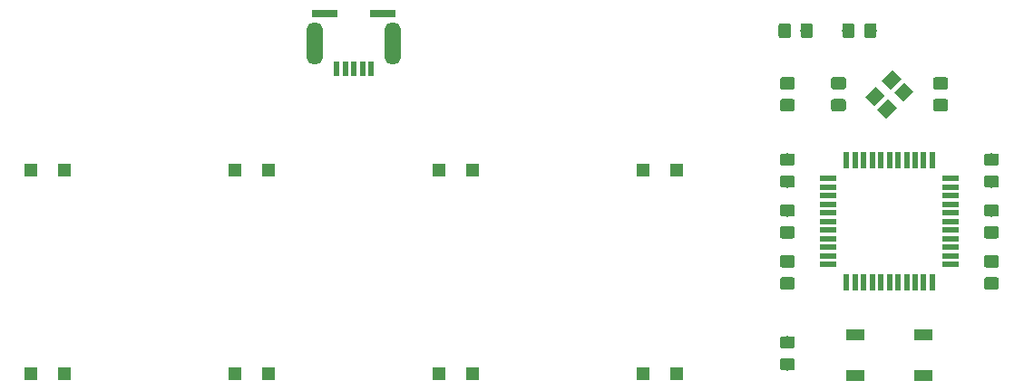
<source format=gbp>
G04 #@! TF.GenerationSoftware,KiCad,Pcbnew,(5.1.0-0)*
G04 #@! TF.CreationDate,2019-03-21T11:14:00-04:00*
G04 #@! TF.ProjectId,keeb2x4,6b656562-3278-4342-9e6b-696361645f70,rev?*
G04 #@! TF.SameCoordinates,Original*
G04 #@! TF.FileFunction,Paste,Bot*
G04 #@! TF.FilePolarity,Positive*
%FSLAX46Y46*%
G04 Gerber Fmt 4.6, Leading zero omitted, Abs format (unit mm)*
G04 Created by KiCad (PCBNEW (5.1.0-0)) date 2019-03-21 11:14:00*
%MOMM*%
%LPD*%
G04 APERTURE LIST*
%ADD10C,0.100000*%
%ADD11C,1.150000*%
%ADD12R,1.200000X1.200000*%
%ADD13R,2.350000X0.800000*%
%ADD14R,0.500000X1.400000*%
%ADD15O,1.500000X4.000000*%
%ADD16R,1.700000X1.000000*%
%ADD17R,1.500000X0.550000*%
%ADD18R,0.550000X1.500000*%
%ADD19C,1.200000*%
G04 APERTURE END LIST*
D10*
G36*
X110012005Y-55551204D02*
G01*
X110036273Y-55554804D01*
X110060072Y-55560765D01*
X110083171Y-55569030D01*
X110105350Y-55579520D01*
X110126393Y-55592132D01*
X110146099Y-55606747D01*
X110164277Y-55623223D01*
X110180753Y-55641401D01*
X110195368Y-55661107D01*
X110207980Y-55682150D01*
X110218470Y-55704329D01*
X110226735Y-55727428D01*
X110232696Y-55751227D01*
X110236296Y-55775495D01*
X110237500Y-55799999D01*
X110237500Y-56450001D01*
X110236296Y-56474505D01*
X110232696Y-56498773D01*
X110226735Y-56522572D01*
X110218470Y-56545671D01*
X110207980Y-56567850D01*
X110195368Y-56588893D01*
X110180753Y-56608599D01*
X110164277Y-56626777D01*
X110146099Y-56643253D01*
X110126393Y-56657868D01*
X110105350Y-56670480D01*
X110083171Y-56680970D01*
X110060072Y-56689235D01*
X110036273Y-56695196D01*
X110012005Y-56698796D01*
X109987501Y-56700000D01*
X109087499Y-56700000D01*
X109062995Y-56698796D01*
X109038727Y-56695196D01*
X109014928Y-56689235D01*
X108991829Y-56680970D01*
X108969650Y-56670480D01*
X108948607Y-56657868D01*
X108928901Y-56643253D01*
X108910723Y-56626777D01*
X108894247Y-56608599D01*
X108879632Y-56588893D01*
X108867020Y-56567850D01*
X108856530Y-56545671D01*
X108848265Y-56522572D01*
X108842304Y-56498773D01*
X108838704Y-56474505D01*
X108837500Y-56450001D01*
X108837500Y-55799999D01*
X108838704Y-55775495D01*
X108842304Y-55751227D01*
X108848265Y-55727428D01*
X108856530Y-55704329D01*
X108867020Y-55682150D01*
X108879632Y-55661107D01*
X108894247Y-55641401D01*
X108910723Y-55623223D01*
X108928901Y-55606747D01*
X108948607Y-55592132D01*
X108969650Y-55579520D01*
X108991829Y-55569030D01*
X109014928Y-55560765D01*
X109038727Y-55554804D01*
X109062995Y-55551204D01*
X109087499Y-55550000D01*
X109987501Y-55550000D01*
X110012005Y-55551204D01*
X110012005Y-55551204D01*
G37*
D11*
X109537500Y-56125000D03*
D10*
G36*
X110012005Y-57601204D02*
G01*
X110036273Y-57604804D01*
X110060072Y-57610765D01*
X110083171Y-57619030D01*
X110105350Y-57629520D01*
X110126393Y-57642132D01*
X110146099Y-57656747D01*
X110164277Y-57673223D01*
X110180753Y-57691401D01*
X110195368Y-57711107D01*
X110207980Y-57732150D01*
X110218470Y-57754329D01*
X110226735Y-57777428D01*
X110232696Y-57801227D01*
X110236296Y-57825495D01*
X110237500Y-57849999D01*
X110237500Y-58500001D01*
X110236296Y-58524505D01*
X110232696Y-58548773D01*
X110226735Y-58572572D01*
X110218470Y-58595671D01*
X110207980Y-58617850D01*
X110195368Y-58638893D01*
X110180753Y-58658599D01*
X110164277Y-58676777D01*
X110146099Y-58693253D01*
X110126393Y-58707868D01*
X110105350Y-58720480D01*
X110083171Y-58730970D01*
X110060072Y-58739235D01*
X110036273Y-58745196D01*
X110012005Y-58748796D01*
X109987501Y-58750000D01*
X109087499Y-58750000D01*
X109062995Y-58748796D01*
X109038727Y-58745196D01*
X109014928Y-58739235D01*
X108991829Y-58730970D01*
X108969650Y-58720480D01*
X108948607Y-58707868D01*
X108928901Y-58693253D01*
X108910723Y-58676777D01*
X108894247Y-58658599D01*
X108879632Y-58638893D01*
X108867020Y-58617850D01*
X108856530Y-58595671D01*
X108848265Y-58572572D01*
X108842304Y-58548773D01*
X108838704Y-58524505D01*
X108837500Y-58500001D01*
X108837500Y-57849999D01*
X108838704Y-57825495D01*
X108842304Y-57801227D01*
X108848265Y-57777428D01*
X108856530Y-57754329D01*
X108867020Y-57732150D01*
X108879632Y-57711107D01*
X108894247Y-57691401D01*
X108910723Y-57673223D01*
X108928901Y-57656747D01*
X108948607Y-57642132D01*
X108969650Y-57629520D01*
X108991829Y-57619030D01*
X109014928Y-57610765D01*
X109038727Y-57604804D01*
X109062995Y-57601204D01*
X109087499Y-57600000D01*
X109987501Y-57600000D01*
X110012005Y-57601204D01*
X110012005Y-57601204D01*
G37*
D11*
X109537500Y-58175000D03*
D10*
G36*
X119537005Y-57601204D02*
G01*
X119561273Y-57604804D01*
X119585072Y-57610765D01*
X119608171Y-57619030D01*
X119630350Y-57629520D01*
X119651393Y-57642132D01*
X119671099Y-57656747D01*
X119689277Y-57673223D01*
X119705753Y-57691401D01*
X119720368Y-57711107D01*
X119732980Y-57732150D01*
X119743470Y-57754329D01*
X119751735Y-57777428D01*
X119757696Y-57801227D01*
X119761296Y-57825495D01*
X119762500Y-57849999D01*
X119762500Y-58500001D01*
X119761296Y-58524505D01*
X119757696Y-58548773D01*
X119751735Y-58572572D01*
X119743470Y-58595671D01*
X119732980Y-58617850D01*
X119720368Y-58638893D01*
X119705753Y-58658599D01*
X119689277Y-58676777D01*
X119671099Y-58693253D01*
X119651393Y-58707868D01*
X119630350Y-58720480D01*
X119608171Y-58730970D01*
X119585072Y-58739235D01*
X119561273Y-58745196D01*
X119537005Y-58748796D01*
X119512501Y-58750000D01*
X118612499Y-58750000D01*
X118587995Y-58748796D01*
X118563727Y-58745196D01*
X118539928Y-58739235D01*
X118516829Y-58730970D01*
X118494650Y-58720480D01*
X118473607Y-58707868D01*
X118453901Y-58693253D01*
X118435723Y-58676777D01*
X118419247Y-58658599D01*
X118404632Y-58638893D01*
X118392020Y-58617850D01*
X118381530Y-58595671D01*
X118373265Y-58572572D01*
X118367304Y-58548773D01*
X118363704Y-58524505D01*
X118362500Y-58500001D01*
X118362500Y-57849999D01*
X118363704Y-57825495D01*
X118367304Y-57801227D01*
X118373265Y-57777428D01*
X118381530Y-57754329D01*
X118392020Y-57732150D01*
X118404632Y-57711107D01*
X118419247Y-57691401D01*
X118435723Y-57673223D01*
X118453901Y-57656747D01*
X118473607Y-57642132D01*
X118494650Y-57629520D01*
X118516829Y-57619030D01*
X118539928Y-57610765D01*
X118563727Y-57604804D01*
X118587995Y-57601204D01*
X118612499Y-57600000D01*
X119512501Y-57600000D01*
X119537005Y-57601204D01*
X119537005Y-57601204D01*
G37*
D11*
X119062500Y-58175000D03*
D10*
G36*
X119537005Y-55551204D02*
G01*
X119561273Y-55554804D01*
X119585072Y-55560765D01*
X119608171Y-55569030D01*
X119630350Y-55579520D01*
X119651393Y-55592132D01*
X119671099Y-55606747D01*
X119689277Y-55623223D01*
X119705753Y-55641401D01*
X119720368Y-55661107D01*
X119732980Y-55682150D01*
X119743470Y-55704329D01*
X119751735Y-55727428D01*
X119757696Y-55751227D01*
X119761296Y-55775495D01*
X119762500Y-55799999D01*
X119762500Y-56450001D01*
X119761296Y-56474505D01*
X119757696Y-56498773D01*
X119751735Y-56522572D01*
X119743470Y-56545671D01*
X119732980Y-56567850D01*
X119720368Y-56588893D01*
X119705753Y-56608599D01*
X119689277Y-56626777D01*
X119671099Y-56643253D01*
X119651393Y-56657868D01*
X119630350Y-56670480D01*
X119608171Y-56680970D01*
X119585072Y-56689235D01*
X119561273Y-56695196D01*
X119537005Y-56698796D01*
X119512501Y-56700000D01*
X118612499Y-56700000D01*
X118587995Y-56698796D01*
X118563727Y-56695196D01*
X118539928Y-56689235D01*
X118516829Y-56680970D01*
X118494650Y-56670480D01*
X118473607Y-56657868D01*
X118453901Y-56643253D01*
X118435723Y-56626777D01*
X118419247Y-56608599D01*
X118404632Y-56588893D01*
X118392020Y-56567850D01*
X118381530Y-56545671D01*
X118373265Y-56522572D01*
X118367304Y-56498773D01*
X118363704Y-56474505D01*
X118362500Y-56450001D01*
X118362500Y-55799999D01*
X118363704Y-55775495D01*
X118367304Y-55751227D01*
X118373265Y-55727428D01*
X118381530Y-55704329D01*
X118392020Y-55682150D01*
X118404632Y-55661107D01*
X118419247Y-55641401D01*
X118435723Y-55623223D01*
X118453901Y-55606747D01*
X118473607Y-55592132D01*
X118494650Y-55579520D01*
X118516829Y-55569030D01*
X118539928Y-55560765D01*
X118563727Y-55554804D01*
X118587995Y-55551204D01*
X118612499Y-55550000D01*
X119512501Y-55550000D01*
X119537005Y-55551204D01*
X119537005Y-55551204D01*
G37*
D11*
X119062500Y-56125000D03*
D10*
G36*
X124299505Y-74269954D02*
G01*
X124323773Y-74273554D01*
X124347572Y-74279515D01*
X124370671Y-74287780D01*
X124392850Y-74298270D01*
X124413893Y-74310882D01*
X124433599Y-74325497D01*
X124451777Y-74341973D01*
X124468253Y-74360151D01*
X124482868Y-74379857D01*
X124495480Y-74400900D01*
X124505970Y-74423079D01*
X124514235Y-74446178D01*
X124520196Y-74469977D01*
X124523796Y-74494245D01*
X124525000Y-74518749D01*
X124525000Y-75168751D01*
X124523796Y-75193255D01*
X124520196Y-75217523D01*
X124514235Y-75241322D01*
X124505970Y-75264421D01*
X124495480Y-75286600D01*
X124482868Y-75307643D01*
X124468253Y-75327349D01*
X124451777Y-75345527D01*
X124433599Y-75362003D01*
X124413893Y-75376618D01*
X124392850Y-75389230D01*
X124370671Y-75399720D01*
X124347572Y-75407985D01*
X124323773Y-75413946D01*
X124299505Y-75417546D01*
X124275001Y-75418750D01*
X123374999Y-75418750D01*
X123350495Y-75417546D01*
X123326227Y-75413946D01*
X123302428Y-75407985D01*
X123279329Y-75399720D01*
X123257150Y-75389230D01*
X123236107Y-75376618D01*
X123216401Y-75362003D01*
X123198223Y-75345527D01*
X123181747Y-75327349D01*
X123167132Y-75307643D01*
X123154520Y-75286600D01*
X123144030Y-75264421D01*
X123135765Y-75241322D01*
X123129804Y-75217523D01*
X123126204Y-75193255D01*
X123125000Y-75168751D01*
X123125000Y-74518749D01*
X123126204Y-74494245D01*
X123129804Y-74469977D01*
X123135765Y-74446178D01*
X123144030Y-74423079D01*
X123154520Y-74400900D01*
X123167132Y-74379857D01*
X123181747Y-74360151D01*
X123198223Y-74341973D01*
X123216401Y-74325497D01*
X123236107Y-74310882D01*
X123257150Y-74298270D01*
X123279329Y-74287780D01*
X123302428Y-74279515D01*
X123326227Y-74273554D01*
X123350495Y-74269954D01*
X123374999Y-74268750D01*
X124275001Y-74268750D01*
X124299505Y-74269954D01*
X124299505Y-74269954D01*
G37*
D11*
X123825000Y-74843750D03*
D10*
G36*
X124299505Y-72219954D02*
G01*
X124323773Y-72223554D01*
X124347572Y-72229515D01*
X124370671Y-72237780D01*
X124392850Y-72248270D01*
X124413893Y-72260882D01*
X124433599Y-72275497D01*
X124451777Y-72291973D01*
X124468253Y-72310151D01*
X124482868Y-72329857D01*
X124495480Y-72350900D01*
X124505970Y-72373079D01*
X124514235Y-72396178D01*
X124520196Y-72419977D01*
X124523796Y-72444245D01*
X124525000Y-72468749D01*
X124525000Y-73118751D01*
X124523796Y-73143255D01*
X124520196Y-73167523D01*
X124514235Y-73191322D01*
X124505970Y-73214421D01*
X124495480Y-73236600D01*
X124482868Y-73257643D01*
X124468253Y-73277349D01*
X124451777Y-73295527D01*
X124433599Y-73312003D01*
X124413893Y-73326618D01*
X124392850Y-73339230D01*
X124370671Y-73349720D01*
X124347572Y-73357985D01*
X124323773Y-73363946D01*
X124299505Y-73367546D01*
X124275001Y-73368750D01*
X123374999Y-73368750D01*
X123350495Y-73367546D01*
X123326227Y-73363946D01*
X123302428Y-73357985D01*
X123279329Y-73349720D01*
X123257150Y-73339230D01*
X123236107Y-73326618D01*
X123216401Y-73312003D01*
X123198223Y-73295527D01*
X123181747Y-73277349D01*
X123167132Y-73257643D01*
X123154520Y-73236600D01*
X123144030Y-73214421D01*
X123135765Y-73191322D01*
X123129804Y-73167523D01*
X123126204Y-73143255D01*
X123125000Y-73118751D01*
X123125000Y-72468749D01*
X123126204Y-72444245D01*
X123129804Y-72419977D01*
X123135765Y-72396178D01*
X123144030Y-72373079D01*
X123154520Y-72350900D01*
X123167132Y-72329857D01*
X123181747Y-72310151D01*
X123198223Y-72291973D01*
X123216401Y-72275497D01*
X123236107Y-72260882D01*
X123257150Y-72248270D01*
X123279329Y-72237780D01*
X123302428Y-72229515D01*
X123326227Y-72223554D01*
X123350495Y-72219954D01*
X123374999Y-72218750D01*
X124275001Y-72218750D01*
X124299505Y-72219954D01*
X124299505Y-72219954D01*
G37*
D11*
X123825000Y-72793750D03*
D10*
G36*
X124299505Y-62694954D02*
G01*
X124323773Y-62698554D01*
X124347572Y-62704515D01*
X124370671Y-62712780D01*
X124392850Y-62723270D01*
X124413893Y-62735882D01*
X124433599Y-62750497D01*
X124451777Y-62766973D01*
X124468253Y-62785151D01*
X124482868Y-62804857D01*
X124495480Y-62825900D01*
X124505970Y-62848079D01*
X124514235Y-62871178D01*
X124520196Y-62894977D01*
X124523796Y-62919245D01*
X124525000Y-62943749D01*
X124525000Y-63593751D01*
X124523796Y-63618255D01*
X124520196Y-63642523D01*
X124514235Y-63666322D01*
X124505970Y-63689421D01*
X124495480Y-63711600D01*
X124482868Y-63732643D01*
X124468253Y-63752349D01*
X124451777Y-63770527D01*
X124433599Y-63787003D01*
X124413893Y-63801618D01*
X124392850Y-63814230D01*
X124370671Y-63824720D01*
X124347572Y-63832985D01*
X124323773Y-63838946D01*
X124299505Y-63842546D01*
X124275001Y-63843750D01*
X123374999Y-63843750D01*
X123350495Y-63842546D01*
X123326227Y-63838946D01*
X123302428Y-63832985D01*
X123279329Y-63824720D01*
X123257150Y-63814230D01*
X123236107Y-63801618D01*
X123216401Y-63787003D01*
X123198223Y-63770527D01*
X123181747Y-63752349D01*
X123167132Y-63732643D01*
X123154520Y-63711600D01*
X123144030Y-63689421D01*
X123135765Y-63666322D01*
X123129804Y-63642523D01*
X123126204Y-63618255D01*
X123125000Y-63593751D01*
X123125000Y-62943749D01*
X123126204Y-62919245D01*
X123129804Y-62894977D01*
X123135765Y-62871178D01*
X123144030Y-62848079D01*
X123154520Y-62825900D01*
X123167132Y-62804857D01*
X123181747Y-62785151D01*
X123198223Y-62766973D01*
X123216401Y-62750497D01*
X123236107Y-62735882D01*
X123257150Y-62723270D01*
X123279329Y-62712780D01*
X123302428Y-62704515D01*
X123326227Y-62698554D01*
X123350495Y-62694954D01*
X123374999Y-62693750D01*
X124275001Y-62693750D01*
X124299505Y-62694954D01*
X124299505Y-62694954D01*
G37*
D11*
X123825000Y-63268750D03*
D10*
G36*
X124299505Y-64744954D02*
G01*
X124323773Y-64748554D01*
X124347572Y-64754515D01*
X124370671Y-64762780D01*
X124392850Y-64773270D01*
X124413893Y-64785882D01*
X124433599Y-64800497D01*
X124451777Y-64816973D01*
X124468253Y-64835151D01*
X124482868Y-64854857D01*
X124495480Y-64875900D01*
X124505970Y-64898079D01*
X124514235Y-64921178D01*
X124520196Y-64944977D01*
X124523796Y-64969245D01*
X124525000Y-64993749D01*
X124525000Y-65643751D01*
X124523796Y-65668255D01*
X124520196Y-65692523D01*
X124514235Y-65716322D01*
X124505970Y-65739421D01*
X124495480Y-65761600D01*
X124482868Y-65782643D01*
X124468253Y-65802349D01*
X124451777Y-65820527D01*
X124433599Y-65837003D01*
X124413893Y-65851618D01*
X124392850Y-65864230D01*
X124370671Y-65874720D01*
X124347572Y-65882985D01*
X124323773Y-65888946D01*
X124299505Y-65892546D01*
X124275001Y-65893750D01*
X123374999Y-65893750D01*
X123350495Y-65892546D01*
X123326227Y-65888946D01*
X123302428Y-65882985D01*
X123279329Y-65874720D01*
X123257150Y-65864230D01*
X123236107Y-65851618D01*
X123216401Y-65837003D01*
X123198223Y-65820527D01*
X123181747Y-65802349D01*
X123167132Y-65782643D01*
X123154520Y-65761600D01*
X123144030Y-65739421D01*
X123135765Y-65716322D01*
X123129804Y-65692523D01*
X123126204Y-65668255D01*
X123125000Y-65643751D01*
X123125000Y-64993749D01*
X123126204Y-64969245D01*
X123129804Y-64944977D01*
X123135765Y-64921178D01*
X123144030Y-64898079D01*
X123154520Y-64875900D01*
X123167132Y-64854857D01*
X123181747Y-64835151D01*
X123198223Y-64816973D01*
X123216401Y-64800497D01*
X123236107Y-64785882D01*
X123257150Y-64773270D01*
X123279329Y-64762780D01*
X123302428Y-64754515D01*
X123326227Y-64748554D01*
X123350495Y-64744954D01*
X123374999Y-64743750D01*
X124275001Y-64743750D01*
X124299505Y-64744954D01*
X124299505Y-64744954D01*
G37*
D11*
X123825000Y-65318750D03*
D10*
G36*
X105249505Y-62694954D02*
G01*
X105273773Y-62698554D01*
X105297572Y-62704515D01*
X105320671Y-62712780D01*
X105342850Y-62723270D01*
X105363893Y-62735882D01*
X105383599Y-62750497D01*
X105401777Y-62766973D01*
X105418253Y-62785151D01*
X105432868Y-62804857D01*
X105445480Y-62825900D01*
X105455970Y-62848079D01*
X105464235Y-62871178D01*
X105470196Y-62894977D01*
X105473796Y-62919245D01*
X105475000Y-62943749D01*
X105475000Y-63593751D01*
X105473796Y-63618255D01*
X105470196Y-63642523D01*
X105464235Y-63666322D01*
X105455970Y-63689421D01*
X105445480Y-63711600D01*
X105432868Y-63732643D01*
X105418253Y-63752349D01*
X105401777Y-63770527D01*
X105383599Y-63787003D01*
X105363893Y-63801618D01*
X105342850Y-63814230D01*
X105320671Y-63824720D01*
X105297572Y-63832985D01*
X105273773Y-63838946D01*
X105249505Y-63842546D01*
X105225001Y-63843750D01*
X104324999Y-63843750D01*
X104300495Y-63842546D01*
X104276227Y-63838946D01*
X104252428Y-63832985D01*
X104229329Y-63824720D01*
X104207150Y-63814230D01*
X104186107Y-63801618D01*
X104166401Y-63787003D01*
X104148223Y-63770527D01*
X104131747Y-63752349D01*
X104117132Y-63732643D01*
X104104520Y-63711600D01*
X104094030Y-63689421D01*
X104085765Y-63666322D01*
X104079804Y-63642523D01*
X104076204Y-63618255D01*
X104075000Y-63593751D01*
X104075000Y-62943749D01*
X104076204Y-62919245D01*
X104079804Y-62894977D01*
X104085765Y-62871178D01*
X104094030Y-62848079D01*
X104104520Y-62825900D01*
X104117132Y-62804857D01*
X104131747Y-62785151D01*
X104148223Y-62766973D01*
X104166401Y-62750497D01*
X104186107Y-62735882D01*
X104207150Y-62723270D01*
X104229329Y-62712780D01*
X104252428Y-62704515D01*
X104276227Y-62698554D01*
X104300495Y-62694954D01*
X104324999Y-62693750D01*
X105225001Y-62693750D01*
X105249505Y-62694954D01*
X105249505Y-62694954D01*
G37*
D11*
X104775000Y-63268750D03*
D10*
G36*
X105249505Y-64744954D02*
G01*
X105273773Y-64748554D01*
X105297572Y-64754515D01*
X105320671Y-64762780D01*
X105342850Y-64773270D01*
X105363893Y-64785882D01*
X105383599Y-64800497D01*
X105401777Y-64816973D01*
X105418253Y-64835151D01*
X105432868Y-64854857D01*
X105445480Y-64875900D01*
X105455970Y-64898079D01*
X105464235Y-64921178D01*
X105470196Y-64944977D01*
X105473796Y-64969245D01*
X105475000Y-64993749D01*
X105475000Y-65643751D01*
X105473796Y-65668255D01*
X105470196Y-65692523D01*
X105464235Y-65716322D01*
X105455970Y-65739421D01*
X105445480Y-65761600D01*
X105432868Y-65782643D01*
X105418253Y-65802349D01*
X105401777Y-65820527D01*
X105383599Y-65837003D01*
X105363893Y-65851618D01*
X105342850Y-65864230D01*
X105320671Y-65874720D01*
X105297572Y-65882985D01*
X105273773Y-65888946D01*
X105249505Y-65892546D01*
X105225001Y-65893750D01*
X104324999Y-65893750D01*
X104300495Y-65892546D01*
X104276227Y-65888946D01*
X104252428Y-65882985D01*
X104229329Y-65874720D01*
X104207150Y-65864230D01*
X104186107Y-65851618D01*
X104166401Y-65837003D01*
X104148223Y-65820527D01*
X104131747Y-65802349D01*
X104117132Y-65782643D01*
X104104520Y-65761600D01*
X104094030Y-65739421D01*
X104085765Y-65716322D01*
X104079804Y-65692523D01*
X104076204Y-65668255D01*
X104075000Y-65643751D01*
X104075000Y-64993749D01*
X104076204Y-64969245D01*
X104079804Y-64944977D01*
X104085765Y-64921178D01*
X104094030Y-64898079D01*
X104104520Y-64875900D01*
X104117132Y-64854857D01*
X104131747Y-64835151D01*
X104148223Y-64816973D01*
X104166401Y-64800497D01*
X104186107Y-64785882D01*
X104207150Y-64773270D01*
X104229329Y-64762780D01*
X104252428Y-64754515D01*
X104276227Y-64748554D01*
X104300495Y-64744954D01*
X104324999Y-64743750D01*
X105225001Y-64743750D01*
X105249505Y-64744954D01*
X105249505Y-64744954D01*
G37*
D11*
X104775000Y-65318750D03*
D10*
G36*
X105249505Y-57601204D02*
G01*
X105273773Y-57604804D01*
X105297572Y-57610765D01*
X105320671Y-57619030D01*
X105342850Y-57629520D01*
X105363893Y-57642132D01*
X105383599Y-57656747D01*
X105401777Y-57673223D01*
X105418253Y-57691401D01*
X105432868Y-57711107D01*
X105445480Y-57732150D01*
X105455970Y-57754329D01*
X105464235Y-57777428D01*
X105470196Y-57801227D01*
X105473796Y-57825495D01*
X105475000Y-57849999D01*
X105475000Y-58500001D01*
X105473796Y-58524505D01*
X105470196Y-58548773D01*
X105464235Y-58572572D01*
X105455970Y-58595671D01*
X105445480Y-58617850D01*
X105432868Y-58638893D01*
X105418253Y-58658599D01*
X105401777Y-58676777D01*
X105383599Y-58693253D01*
X105363893Y-58707868D01*
X105342850Y-58720480D01*
X105320671Y-58730970D01*
X105297572Y-58739235D01*
X105273773Y-58745196D01*
X105249505Y-58748796D01*
X105225001Y-58750000D01*
X104324999Y-58750000D01*
X104300495Y-58748796D01*
X104276227Y-58745196D01*
X104252428Y-58739235D01*
X104229329Y-58730970D01*
X104207150Y-58720480D01*
X104186107Y-58707868D01*
X104166401Y-58693253D01*
X104148223Y-58676777D01*
X104131747Y-58658599D01*
X104117132Y-58638893D01*
X104104520Y-58617850D01*
X104094030Y-58595671D01*
X104085765Y-58572572D01*
X104079804Y-58548773D01*
X104076204Y-58524505D01*
X104075000Y-58500001D01*
X104075000Y-57849999D01*
X104076204Y-57825495D01*
X104079804Y-57801227D01*
X104085765Y-57777428D01*
X104094030Y-57754329D01*
X104104520Y-57732150D01*
X104117132Y-57711107D01*
X104131747Y-57691401D01*
X104148223Y-57673223D01*
X104166401Y-57656747D01*
X104186107Y-57642132D01*
X104207150Y-57629520D01*
X104229329Y-57619030D01*
X104252428Y-57610765D01*
X104276227Y-57604804D01*
X104300495Y-57601204D01*
X104324999Y-57600000D01*
X105225001Y-57600000D01*
X105249505Y-57601204D01*
X105249505Y-57601204D01*
G37*
D11*
X104775000Y-58175000D03*
D10*
G36*
X105249505Y-55551204D02*
G01*
X105273773Y-55554804D01*
X105297572Y-55560765D01*
X105320671Y-55569030D01*
X105342850Y-55579520D01*
X105363893Y-55592132D01*
X105383599Y-55606747D01*
X105401777Y-55623223D01*
X105418253Y-55641401D01*
X105432868Y-55661107D01*
X105445480Y-55682150D01*
X105455970Y-55704329D01*
X105464235Y-55727428D01*
X105470196Y-55751227D01*
X105473796Y-55775495D01*
X105475000Y-55799999D01*
X105475000Y-56450001D01*
X105473796Y-56474505D01*
X105470196Y-56498773D01*
X105464235Y-56522572D01*
X105455970Y-56545671D01*
X105445480Y-56567850D01*
X105432868Y-56588893D01*
X105418253Y-56608599D01*
X105401777Y-56626777D01*
X105383599Y-56643253D01*
X105363893Y-56657868D01*
X105342850Y-56670480D01*
X105320671Y-56680970D01*
X105297572Y-56689235D01*
X105273773Y-56695196D01*
X105249505Y-56698796D01*
X105225001Y-56700000D01*
X104324999Y-56700000D01*
X104300495Y-56698796D01*
X104276227Y-56695196D01*
X104252428Y-56689235D01*
X104229329Y-56680970D01*
X104207150Y-56670480D01*
X104186107Y-56657868D01*
X104166401Y-56643253D01*
X104148223Y-56626777D01*
X104131747Y-56608599D01*
X104117132Y-56588893D01*
X104104520Y-56567850D01*
X104094030Y-56545671D01*
X104085765Y-56522572D01*
X104079804Y-56498773D01*
X104076204Y-56474505D01*
X104075000Y-56450001D01*
X104075000Y-55799999D01*
X104076204Y-55775495D01*
X104079804Y-55751227D01*
X104085765Y-55727428D01*
X104094030Y-55704329D01*
X104104520Y-55682150D01*
X104117132Y-55661107D01*
X104131747Y-55641401D01*
X104148223Y-55623223D01*
X104166401Y-55606747D01*
X104186107Y-55592132D01*
X104207150Y-55579520D01*
X104229329Y-55569030D01*
X104252428Y-55560765D01*
X104276227Y-55554804D01*
X104300495Y-55551204D01*
X104324999Y-55550000D01*
X105225001Y-55550000D01*
X105249505Y-55551204D01*
X105249505Y-55551204D01*
G37*
D11*
X104775000Y-56125000D03*
D10*
G36*
X105249505Y-72219954D02*
G01*
X105273773Y-72223554D01*
X105297572Y-72229515D01*
X105320671Y-72237780D01*
X105342850Y-72248270D01*
X105363893Y-72260882D01*
X105383599Y-72275497D01*
X105401777Y-72291973D01*
X105418253Y-72310151D01*
X105432868Y-72329857D01*
X105445480Y-72350900D01*
X105455970Y-72373079D01*
X105464235Y-72396178D01*
X105470196Y-72419977D01*
X105473796Y-72444245D01*
X105475000Y-72468749D01*
X105475000Y-73118751D01*
X105473796Y-73143255D01*
X105470196Y-73167523D01*
X105464235Y-73191322D01*
X105455970Y-73214421D01*
X105445480Y-73236600D01*
X105432868Y-73257643D01*
X105418253Y-73277349D01*
X105401777Y-73295527D01*
X105383599Y-73312003D01*
X105363893Y-73326618D01*
X105342850Y-73339230D01*
X105320671Y-73349720D01*
X105297572Y-73357985D01*
X105273773Y-73363946D01*
X105249505Y-73367546D01*
X105225001Y-73368750D01*
X104324999Y-73368750D01*
X104300495Y-73367546D01*
X104276227Y-73363946D01*
X104252428Y-73357985D01*
X104229329Y-73349720D01*
X104207150Y-73339230D01*
X104186107Y-73326618D01*
X104166401Y-73312003D01*
X104148223Y-73295527D01*
X104131747Y-73277349D01*
X104117132Y-73257643D01*
X104104520Y-73236600D01*
X104094030Y-73214421D01*
X104085765Y-73191322D01*
X104079804Y-73167523D01*
X104076204Y-73143255D01*
X104075000Y-73118751D01*
X104075000Y-72468749D01*
X104076204Y-72444245D01*
X104079804Y-72419977D01*
X104085765Y-72396178D01*
X104094030Y-72373079D01*
X104104520Y-72350900D01*
X104117132Y-72329857D01*
X104131747Y-72310151D01*
X104148223Y-72291973D01*
X104166401Y-72275497D01*
X104186107Y-72260882D01*
X104207150Y-72248270D01*
X104229329Y-72237780D01*
X104252428Y-72229515D01*
X104276227Y-72223554D01*
X104300495Y-72219954D01*
X104324999Y-72218750D01*
X105225001Y-72218750D01*
X105249505Y-72219954D01*
X105249505Y-72219954D01*
G37*
D11*
X104775000Y-72793750D03*
D10*
G36*
X105249505Y-74269954D02*
G01*
X105273773Y-74273554D01*
X105297572Y-74279515D01*
X105320671Y-74287780D01*
X105342850Y-74298270D01*
X105363893Y-74310882D01*
X105383599Y-74325497D01*
X105401777Y-74341973D01*
X105418253Y-74360151D01*
X105432868Y-74379857D01*
X105445480Y-74400900D01*
X105455970Y-74423079D01*
X105464235Y-74446178D01*
X105470196Y-74469977D01*
X105473796Y-74494245D01*
X105475000Y-74518749D01*
X105475000Y-75168751D01*
X105473796Y-75193255D01*
X105470196Y-75217523D01*
X105464235Y-75241322D01*
X105455970Y-75264421D01*
X105445480Y-75286600D01*
X105432868Y-75307643D01*
X105418253Y-75327349D01*
X105401777Y-75345527D01*
X105383599Y-75362003D01*
X105363893Y-75376618D01*
X105342850Y-75389230D01*
X105320671Y-75399720D01*
X105297572Y-75407985D01*
X105273773Y-75413946D01*
X105249505Y-75417546D01*
X105225001Y-75418750D01*
X104324999Y-75418750D01*
X104300495Y-75417546D01*
X104276227Y-75413946D01*
X104252428Y-75407985D01*
X104229329Y-75399720D01*
X104207150Y-75389230D01*
X104186107Y-75376618D01*
X104166401Y-75362003D01*
X104148223Y-75345527D01*
X104131747Y-75327349D01*
X104117132Y-75307643D01*
X104104520Y-75286600D01*
X104094030Y-75264421D01*
X104085765Y-75241322D01*
X104079804Y-75217523D01*
X104076204Y-75193255D01*
X104075000Y-75168751D01*
X104075000Y-74518749D01*
X104076204Y-74494245D01*
X104079804Y-74469977D01*
X104085765Y-74446178D01*
X104094030Y-74423079D01*
X104104520Y-74400900D01*
X104117132Y-74379857D01*
X104131747Y-74360151D01*
X104148223Y-74341973D01*
X104166401Y-74325497D01*
X104186107Y-74310882D01*
X104207150Y-74298270D01*
X104229329Y-74287780D01*
X104252428Y-74279515D01*
X104276227Y-74273554D01*
X104300495Y-74269954D01*
X104324999Y-74268750D01*
X105225001Y-74268750D01*
X105249505Y-74269954D01*
X105249505Y-74269954D01*
G37*
D11*
X104775000Y-74843750D03*
D10*
G36*
X105249505Y-69507454D02*
G01*
X105273773Y-69511054D01*
X105297572Y-69517015D01*
X105320671Y-69525280D01*
X105342850Y-69535770D01*
X105363893Y-69548382D01*
X105383599Y-69562997D01*
X105401777Y-69579473D01*
X105418253Y-69597651D01*
X105432868Y-69617357D01*
X105445480Y-69638400D01*
X105455970Y-69660579D01*
X105464235Y-69683678D01*
X105470196Y-69707477D01*
X105473796Y-69731745D01*
X105475000Y-69756249D01*
X105475000Y-70406251D01*
X105473796Y-70430755D01*
X105470196Y-70455023D01*
X105464235Y-70478822D01*
X105455970Y-70501921D01*
X105445480Y-70524100D01*
X105432868Y-70545143D01*
X105418253Y-70564849D01*
X105401777Y-70583027D01*
X105383599Y-70599503D01*
X105363893Y-70614118D01*
X105342850Y-70626730D01*
X105320671Y-70637220D01*
X105297572Y-70645485D01*
X105273773Y-70651446D01*
X105249505Y-70655046D01*
X105225001Y-70656250D01*
X104324999Y-70656250D01*
X104300495Y-70655046D01*
X104276227Y-70651446D01*
X104252428Y-70645485D01*
X104229329Y-70637220D01*
X104207150Y-70626730D01*
X104186107Y-70614118D01*
X104166401Y-70599503D01*
X104148223Y-70583027D01*
X104131747Y-70564849D01*
X104117132Y-70545143D01*
X104104520Y-70524100D01*
X104094030Y-70501921D01*
X104085765Y-70478822D01*
X104079804Y-70455023D01*
X104076204Y-70430755D01*
X104075000Y-70406251D01*
X104075000Y-69756249D01*
X104076204Y-69731745D01*
X104079804Y-69707477D01*
X104085765Y-69683678D01*
X104094030Y-69660579D01*
X104104520Y-69638400D01*
X104117132Y-69617357D01*
X104131747Y-69597651D01*
X104148223Y-69579473D01*
X104166401Y-69562997D01*
X104186107Y-69548382D01*
X104207150Y-69535770D01*
X104229329Y-69525280D01*
X104252428Y-69517015D01*
X104276227Y-69511054D01*
X104300495Y-69507454D01*
X104324999Y-69506250D01*
X105225001Y-69506250D01*
X105249505Y-69507454D01*
X105249505Y-69507454D01*
G37*
D11*
X104775000Y-70081250D03*
D10*
G36*
X105249505Y-67457454D02*
G01*
X105273773Y-67461054D01*
X105297572Y-67467015D01*
X105320671Y-67475280D01*
X105342850Y-67485770D01*
X105363893Y-67498382D01*
X105383599Y-67512997D01*
X105401777Y-67529473D01*
X105418253Y-67547651D01*
X105432868Y-67567357D01*
X105445480Y-67588400D01*
X105455970Y-67610579D01*
X105464235Y-67633678D01*
X105470196Y-67657477D01*
X105473796Y-67681745D01*
X105475000Y-67706249D01*
X105475000Y-68356251D01*
X105473796Y-68380755D01*
X105470196Y-68405023D01*
X105464235Y-68428822D01*
X105455970Y-68451921D01*
X105445480Y-68474100D01*
X105432868Y-68495143D01*
X105418253Y-68514849D01*
X105401777Y-68533027D01*
X105383599Y-68549503D01*
X105363893Y-68564118D01*
X105342850Y-68576730D01*
X105320671Y-68587220D01*
X105297572Y-68595485D01*
X105273773Y-68601446D01*
X105249505Y-68605046D01*
X105225001Y-68606250D01*
X104324999Y-68606250D01*
X104300495Y-68605046D01*
X104276227Y-68601446D01*
X104252428Y-68595485D01*
X104229329Y-68587220D01*
X104207150Y-68576730D01*
X104186107Y-68564118D01*
X104166401Y-68549503D01*
X104148223Y-68533027D01*
X104131747Y-68514849D01*
X104117132Y-68495143D01*
X104104520Y-68474100D01*
X104094030Y-68451921D01*
X104085765Y-68428822D01*
X104079804Y-68405023D01*
X104076204Y-68380755D01*
X104075000Y-68356251D01*
X104075000Y-67706249D01*
X104076204Y-67681745D01*
X104079804Y-67657477D01*
X104085765Y-67633678D01*
X104094030Y-67610579D01*
X104104520Y-67588400D01*
X104117132Y-67567357D01*
X104131747Y-67547651D01*
X104148223Y-67529473D01*
X104166401Y-67512997D01*
X104186107Y-67498382D01*
X104207150Y-67485770D01*
X104229329Y-67475280D01*
X104252428Y-67467015D01*
X104276227Y-67461054D01*
X104300495Y-67457454D01*
X104324999Y-67456250D01*
X105225001Y-67456250D01*
X105249505Y-67457454D01*
X105249505Y-67457454D01*
G37*
D11*
X104775000Y-68031250D03*
D12*
X34143750Y-64293750D03*
X37293750Y-64293750D03*
X37293750Y-83343750D03*
X34143750Y-83343750D03*
X53193750Y-64293750D03*
X56343750Y-64293750D03*
X56343750Y-83343750D03*
X53193750Y-83343750D03*
X72243750Y-64293750D03*
X75393750Y-64293750D03*
X75393750Y-83343750D03*
X72243750Y-83343750D03*
X91293750Y-64293750D03*
X94443750Y-64293750D03*
X94443750Y-83343750D03*
X91293750Y-83343750D03*
D13*
X66968750Y-49568750D03*
X61618750Y-49568750D03*
D14*
X62693750Y-54768750D03*
X63493750Y-54768750D03*
X64293750Y-54768750D03*
X65093750Y-54768750D03*
X65893750Y-54768750D03*
D15*
X60643750Y-52368750D03*
X67943750Y-52368750D03*
D10*
G36*
X105249593Y-79793459D02*
G01*
X105273861Y-79797059D01*
X105297660Y-79803020D01*
X105320759Y-79811285D01*
X105342938Y-79821775D01*
X105363981Y-79834387D01*
X105383687Y-79849002D01*
X105401865Y-79865478D01*
X105418341Y-79883656D01*
X105432956Y-79903362D01*
X105445568Y-79924405D01*
X105456058Y-79946584D01*
X105464323Y-79969683D01*
X105470284Y-79993482D01*
X105473884Y-80017750D01*
X105475088Y-80042254D01*
X105475088Y-80692256D01*
X105473884Y-80716760D01*
X105470284Y-80741028D01*
X105464323Y-80764827D01*
X105456058Y-80787926D01*
X105445568Y-80810105D01*
X105432956Y-80831148D01*
X105418341Y-80850854D01*
X105401865Y-80869032D01*
X105383687Y-80885508D01*
X105363981Y-80900123D01*
X105342938Y-80912735D01*
X105320759Y-80923225D01*
X105297660Y-80931490D01*
X105273861Y-80937451D01*
X105249593Y-80941051D01*
X105225089Y-80942255D01*
X104325087Y-80942255D01*
X104300583Y-80941051D01*
X104276315Y-80937451D01*
X104252516Y-80931490D01*
X104229417Y-80923225D01*
X104207238Y-80912735D01*
X104186195Y-80900123D01*
X104166489Y-80885508D01*
X104148311Y-80869032D01*
X104131835Y-80850854D01*
X104117220Y-80831148D01*
X104104608Y-80810105D01*
X104094118Y-80787926D01*
X104085853Y-80764827D01*
X104079892Y-80741028D01*
X104076292Y-80716760D01*
X104075088Y-80692256D01*
X104075088Y-80042254D01*
X104076292Y-80017750D01*
X104079892Y-79993482D01*
X104085853Y-79969683D01*
X104094118Y-79946584D01*
X104104608Y-79924405D01*
X104117220Y-79903362D01*
X104131835Y-79883656D01*
X104148311Y-79865478D01*
X104166489Y-79849002D01*
X104186195Y-79834387D01*
X104207238Y-79821775D01*
X104229417Y-79811285D01*
X104252516Y-79803020D01*
X104276315Y-79797059D01*
X104300583Y-79793459D01*
X104325087Y-79792255D01*
X105225089Y-79792255D01*
X105249593Y-79793459D01*
X105249593Y-79793459D01*
G37*
D11*
X104775088Y-80367255D03*
D10*
G36*
X105249593Y-81843459D02*
G01*
X105273861Y-81847059D01*
X105297660Y-81853020D01*
X105320759Y-81861285D01*
X105342938Y-81871775D01*
X105363981Y-81884387D01*
X105383687Y-81899002D01*
X105401865Y-81915478D01*
X105418341Y-81933656D01*
X105432956Y-81953362D01*
X105445568Y-81974405D01*
X105456058Y-81996584D01*
X105464323Y-82019683D01*
X105470284Y-82043482D01*
X105473884Y-82067750D01*
X105475088Y-82092254D01*
X105475088Y-82742256D01*
X105473884Y-82766760D01*
X105470284Y-82791028D01*
X105464323Y-82814827D01*
X105456058Y-82837926D01*
X105445568Y-82860105D01*
X105432956Y-82881148D01*
X105418341Y-82900854D01*
X105401865Y-82919032D01*
X105383687Y-82935508D01*
X105363981Y-82950123D01*
X105342938Y-82962735D01*
X105320759Y-82973225D01*
X105297660Y-82981490D01*
X105273861Y-82987451D01*
X105249593Y-82991051D01*
X105225089Y-82992255D01*
X104325087Y-82992255D01*
X104300583Y-82991051D01*
X104276315Y-82987451D01*
X104252516Y-82981490D01*
X104229417Y-82973225D01*
X104207238Y-82962735D01*
X104186195Y-82950123D01*
X104166489Y-82935508D01*
X104148311Y-82919032D01*
X104131835Y-82900854D01*
X104117220Y-82881148D01*
X104104608Y-82860105D01*
X104094118Y-82837926D01*
X104085853Y-82814827D01*
X104079892Y-82791028D01*
X104076292Y-82766760D01*
X104075088Y-82742256D01*
X104075088Y-82092254D01*
X104076292Y-82067750D01*
X104079892Y-82043482D01*
X104085853Y-82019683D01*
X104094118Y-81996584D01*
X104104608Y-81974405D01*
X104117220Y-81953362D01*
X104131835Y-81933656D01*
X104148311Y-81915478D01*
X104166489Y-81899002D01*
X104186195Y-81884387D01*
X104207238Y-81871775D01*
X104229417Y-81861285D01*
X104252516Y-81853020D01*
X104276315Y-81847059D01*
X104300583Y-81843459D01*
X104325087Y-81842255D01*
X105225089Y-81842255D01*
X105249593Y-81843459D01*
X105249593Y-81843459D01*
G37*
D11*
X104775088Y-82417255D03*
D10*
G36*
X124299609Y-67457512D02*
G01*
X124323877Y-67461112D01*
X124347676Y-67467073D01*
X124370775Y-67475338D01*
X124392954Y-67485828D01*
X124413997Y-67498440D01*
X124433703Y-67513055D01*
X124451881Y-67529531D01*
X124468357Y-67547709D01*
X124482972Y-67567415D01*
X124495584Y-67588458D01*
X124506074Y-67610637D01*
X124514339Y-67633736D01*
X124520300Y-67657535D01*
X124523900Y-67681803D01*
X124525104Y-67706307D01*
X124525104Y-68356309D01*
X124523900Y-68380813D01*
X124520300Y-68405081D01*
X124514339Y-68428880D01*
X124506074Y-68451979D01*
X124495584Y-68474158D01*
X124482972Y-68495201D01*
X124468357Y-68514907D01*
X124451881Y-68533085D01*
X124433703Y-68549561D01*
X124413997Y-68564176D01*
X124392954Y-68576788D01*
X124370775Y-68587278D01*
X124347676Y-68595543D01*
X124323877Y-68601504D01*
X124299609Y-68605104D01*
X124275105Y-68606308D01*
X123375103Y-68606308D01*
X123350599Y-68605104D01*
X123326331Y-68601504D01*
X123302532Y-68595543D01*
X123279433Y-68587278D01*
X123257254Y-68576788D01*
X123236211Y-68564176D01*
X123216505Y-68549561D01*
X123198327Y-68533085D01*
X123181851Y-68514907D01*
X123167236Y-68495201D01*
X123154624Y-68474158D01*
X123144134Y-68451979D01*
X123135869Y-68428880D01*
X123129908Y-68405081D01*
X123126308Y-68380813D01*
X123125104Y-68356309D01*
X123125104Y-67706307D01*
X123126308Y-67681803D01*
X123129908Y-67657535D01*
X123135869Y-67633736D01*
X123144134Y-67610637D01*
X123154624Y-67588458D01*
X123167236Y-67567415D01*
X123181851Y-67547709D01*
X123198327Y-67529531D01*
X123216505Y-67513055D01*
X123236211Y-67498440D01*
X123257254Y-67485828D01*
X123279433Y-67475338D01*
X123302532Y-67467073D01*
X123326331Y-67461112D01*
X123350599Y-67457512D01*
X123375103Y-67456308D01*
X124275105Y-67456308D01*
X124299609Y-67457512D01*
X124299609Y-67457512D01*
G37*
D11*
X123825104Y-68031308D03*
D10*
G36*
X124299609Y-69507512D02*
G01*
X124323877Y-69511112D01*
X124347676Y-69517073D01*
X124370775Y-69525338D01*
X124392954Y-69535828D01*
X124413997Y-69548440D01*
X124433703Y-69563055D01*
X124451881Y-69579531D01*
X124468357Y-69597709D01*
X124482972Y-69617415D01*
X124495584Y-69638458D01*
X124506074Y-69660637D01*
X124514339Y-69683736D01*
X124520300Y-69707535D01*
X124523900Y-69731803D01*
X124525104Y-69756307D01*
X124525104Y-70406309D01*
X124523900Y-70430813D01*
X124520300Y-70455081D01*
X124514339Y-70478880D01*
X124506074Y-70501979D01*
X124495584Y-70524158D01*
X124482972Y-70545201D01*
X124468357Y-70564907D01*
X124451881Y-70583085D01*
X124433703Y-70599561D01*
X124413997Y-70614176D01*
X124392954Y-70626788D01*
X124370775Y-70637278D01*
X124347676Y-70645543D01*
X124323877Y-70651504D01*
X124299609Y-70655104D01*
X124275105Y-70656308D01*
X123375103Y-70656308D01*
X123350599Y-70655104D01*
X123326331Y-70651504D01*
X123302532Y-70645543D01*
X123279433Y-70637278D01*
X123257254Y-70626788D01*
X123236211Y-70614176D01*
X123216505Y-70599561D01*
X123198327Y-70583085D01*
X123181851Y-70564907D01*
X123167236Y-70545201D01*
X123154624Y-70524158D01*
X123144134Y-70501979D01*
X123135869Y-70478880D01*
X123129908Y-70455081D01*
X123126308Y-70430813D01*
X123125104Y-70406309D01*
X123125104Y-69756307D01*
X123126308Y-69731803D01*
X123129908Y-69707535D01*
X123135869Y-69683736D01*
X123144134Y-69660637D01*
X123154624Y-69638458D01*
X123167236Y-69617415D01*
X123181851Y-69597709D01*
X123198327Y-69579531D01*
X123216505Y-69563055D01*
X123236211Y-69548440D01*
X123257254Y-69535828D01*
X123279433Y-69525338D01*
X123302532Y-69517073D01*
X123326331Y-69511112D01*
X123350599Y-69507512D01*
X123375103Y-69506308D01*
X124275105Y-69506308D01*
X124299609Y-69507512D01*
X124299609Y-69507512D01*
G37*
D11*
X123825104Y-70081308D03*
D10*
G36*
X104860532Y-50498122D02*
G01*
X104884800Y-50501722D01*
X104908599Y-50507683D01*
X104931698Y-50515948D01*
X104953877Y-50526438D01*
X104974920Y-50539050D01*
X104994626Y-50553665D01*
X105012804Y-50570141D01*
X105029280Y-50588319D01*
X105043895Y-50608025D01*
X105056507Y-50629068D01*
X105066997Y-50651247D01*
X105075262Y-50674346D01*
X105081223Y-50698145D01*
X105084823Y-50722413D01*
X105086027Y-50746917D01*
X105086027Y-51646919D01*
X105084823Y-51671423D01*
X105081223Y-51695691D01*
X105075262Y-51719490D01*
X105066997Y-51742589D01*
X105056507Y-51764768D01*
X105043895Y-51785811D01*
X105029280Y-51805517D01*
X105012804Y-51823695D01*
X104994626Y-51840171D01*
X104974920Y-51854786D01*
X104953877Y-51867398D01*
X104931698Y-51877888D01*
X104908599Y-51886153D01*
X104884800Y-51892114D01*
X104860532Y-51895714D01*
X104836028Y-51896918D01*
X104186026Y-51896918D01*
X104161522Y-51895714D01*
X104137254Y-51892114D01*
X104113455Y-51886153D01*
X104090356Y-51877888D01*
X104068177Y-51867398D01*
X104047134Y-51854786D01*
X104027428Y-51840171D01*
X104009250Y-51823695D01*
X103992774Y-51805517D01*
X103978159Y-51785811D01*
X103965547Y-51764768D01*
X103955057Y-51742589D01*
X103946792Y-51719490D01*
X103940831Y-51695691D01*
X103937231Y-51671423D01*
X103936027Y-51646919D01*
X103936027Y-50746917D01*
X103937231Y-50722413D01*
X103940831Y-50698145D01*
X103946792Y-50674346D01*
X103955057Y-50651247D01*
X103965547Y-50629068D01*
X103978159Y-50608025D01*
X103992774Y-50588319D01*
X104009250Y-50570141D01*
X104027428Y-50553665D01*
X104047134Y-50539050D01*
X104068177Y-50526438D01*
X104090356Y-50515948D01*
X104113455Y-50507683D01*
X104137254Y-50501722D01*
X104161522Y-50498122D01*
X104186026Y-50496918D01*
X104836028Y-50496918D01*
X104860532Y-50498122D01*
X104860532Y-50498122D01*
G37*
D11*
X104511027Y-51196918D03*
D10*
G36*
X106910532Y-50498122D02*
G01*
X106934800Y-50501722D01*
X106958599Y-50507683D01*
X106981698Y-50515948D01*
X107003877Y-50526438D01*
X107024920Y-50539050D01*
X107044626Y-50553665D01*
X107062804Y-50570141D01*
X107079280Y-50588319D01*
X107093895Y-50608025D01*
X107106507Y-50629068D01*
X107116997Y-50651247D01*
X107125262Y-50674346D01*
X107131223Y-50698145D01*
X107134823Y-50722413D01*
X107136027Y-50746917D01*
X107136027Y-51646919D01*
X107134823Y-51671423D01*
X107131223Y-51695691D01*
X107125262Y-51719490D01*
X107116997Y-51742589D01*
X107106507Y-51764768D01*
X107093895Y-51785811D01*
X107079280Y-51805517D01*
X107062804Y-51823695D01*
X107044626Y-51840171D01*
X107024920Y-51854786D01*
X107003877Y-51867398D01*
X106981698Y-51877888D01*
X106958599Y-51886153D01*
X106934800Y-51892114D01*
X106910532Y-51895714D01*
X106886028Y-51896918D01*
X106236026Y-51896918D01*
X106211522Y-51895714D01*
X106187254Y-51892114D01*
X106163455Y-51886153D01*
X106140356Y-51877888D01*
X106118177Y-51867398D01*
X106097134Y-51854786D01*
X106077428Y-51840171D01*
X106059250Y-51823695D01*
X106042774Y-51805517D01*
X106028159Y-51785811D01*
X106015547Y-51764768D01*
X106005057Y-51742589D01*
X105996792Y-51719490D01*
X105990831Y-51695691D01*
X105987231Y-51671423D01*
X105986027Y-51646919D01*
X105986027Y-50746917D01*
X105987231Y-50722413D01*
X105990831Y-50698145D01*
X105996792Y-50674346D01*
X106005057Y-50651247D01*
X106015547Y-50629068D01*
X106028159Y-50608025D01*
X106042774Y-50588319D01*
X106059250Y-50570141D01*
X106077428Y-50553665D01*
X106097134Y-50539050D01*
X106118177Y-50526438D01*
X106140356Y-50515948D01*
X106163455Y-50507683D01*
X106187254Y-50501722D01*
X106211522Y-50498122D01*
X106236026Y-50496918D01*
X106886028Y-50496918D01*
X106910532Y-50498122D01*
X106910532Y-50498122D01*
G37*
D11*
X106561027Y-51196918D03*
D10*
G36*
X112863662Y-50498122D02*
G01*
X112887930Y-50501722D01*
X112911729Y-50507683D01*
X112934828Y-50515948D01*
X112957007Y-50526438D01*
X112978050Y-50539050D01*
X112997756Y-50553665D01*
X113015934Y-50570141D01*
X113032410Y-50588319D01*
X113047025Y-50608025D01*
X113059637Y-50629068D01*
X113070127Y-50651247D01*
X113078392Y-50674346D01*
X113084353Y-50698145D01*
X113087953Y-50722413D01*
X113089157Y-50746917D01*
X113089157Y-51646919D01*
X113087953Y-51671423D01*
X113084353Y-51695691D01*
X113078392Y-51719490D01*
X113070127Y-51742589D01*
X113059637Y-51764768D01*
X113047025Y-51785811D01*
X113032410Y-51805517D01*
X113015934Y-51823695D01*
X112997756Y-51840171D01*
X112978050Y-51854786D01*
X112957007Y-51867398D01*
X112934828Y-51877888D01*
X112911729Y-51886153D01*
X112887930Y-51892114D01*
X112863662Y-51895714D01*
X112839158Y-51896918D01*
X112189156Y-51896918D01*
X112164652Y-51895714D01*
X112140384Y-51892114D01*
X112116585Y-51886153D01*
X112093486Y-51877888D01*
X112071307Y-51867398D01*
X112050264Y-51854786D01*
X112030558Y-51840171D01*
X112012380Y-51823695D01*
X111995904Y-51805517D01*
X111981289Y-51785811D01*
X111968677Y-51764768D01*
X111958187Y-51742589D01*
X111949922Y-51719490D01*
X111943961Y-51695691D01*
X111940361Y-51671423D01*
X111939157Y-51646919D01*
X111939157Y-50746917D01*
X111940361Y-50722413D01*
X111943961Y-50698145D01*
X111949922Y-50674346D01*
X111958187Y-50651247D01*
X111968677Y-50629068D01*
X111981289Y-50608025D01*
X111995904Y-50588319D01*
X112012380Y-50570141D01*
X112030558Y-50553665D01*
X112050264Y-50539050D01*
X112071307Y-50526438D01*
X112093486Y-50515948D01*
X112116585Y-50507683D01*
X112140384Y-50501722D01*
X112164652Y-50498122D01*
X112189156Y-50496918D01*
X112839158Y-50496918D01*
X112863662Y-50498122D01*
X112863662Y-50498122D01*
G37*
D11*
X112514157Y-51196918D03*
D10*
G36*
X110813662Y-50498122D02*
G01*
X110837930Y-50501722D01*
X110861729Y-50507683D01*
X110884828Y-50515948D01*
X110907007Y-50526438D01*
X110928050Y-50539050D01*
X110947756Y-50553665D01*
X110965934Y-50570141D01*
X110982410Y-50588319D01*
X110997025Y-50608025D01*
X111009637Y-50629068D01*
X111020127Y-50651247D01*
X111028392Y-50674346D01*
X111034353Y-50698145D01*
X111037953Y-50722413D01*
X111039157Y-50746917D01*
X111039157Y-51646919D01*
X111037953Y-51671423D01*
X111034353Y-51695691D01*
X111028392Y-51719490D01*
X111020127Y-51742589D01*
X111009637Y-51764768D01*
X110997025Y-51785811D01*
X110982410Y-51805517D01*
X110965934Y-51823695D01*
X110947756Y-51840171D01*
X110928050Y-51854786D01*
X110907007Y-51867398D01*
X110884828Y-51877888D01*
X110861729Y-51886153D01*
X110837930Y-51892114D01*
X110813662Y-51895714D01*
X110789158Y-51896918D01*
X110139156Y-51896918D01*
X110114652Y-51895714D01*
X110090384Y-51892114D01*
X110066585Y-51886153D01*
X110043486Y-51877888D01*
X110021307Y-51867398D01*
X110000264Y-51854786D01*
X109980558Y-51840171D01*
X109962380Y-51823695D01*
X109945904Y-51805517D01*
X109931289Y-51785811D01*
X109918677Y-51764768D01*
X109908187Y-51742589D01*
X109899922Y-51719490D01*
X109893961Y-51695691D01*
X109890361Y-51671423D01*
X109889157Y-51646919D01*
X109889157Y-50746917D01*
X109890361Y-50722413D01*
X109893961Y-50698145D01*
X109899922Y-50674346D01*
X109908187Y-50651247D01*
X109918677Y-50629068D01*
X109931289Y-50608025D01*
X109945904Y-50588319D01*
X109962380Y-50570141D01*
X109980558Y-50553665D01*
X110000264Y-50539050D01*
X110021307Y-50526438D01*
X110043486Y-50515948D01*
X110066585Y-50507683D01*
X110090384Y-50501722D01*
X110114652Y-50498122D01*
X110139156Y-50496918D01*
X110789158Y-50496918D01*
X110813662Y-50498122D01*
X110813662Y-50498122D01*
G37*
D11*
X110464157Y-51196918D03*
D16*
X111150000Y-83457881D03*
X117450000Y-83457881D03*
X111150000Y-79657881D03*
X117450000Y-79657881D03*
D17*
X108600000Y-73056250D03*
X108600000Y-72256250D03*
X108600000Y-71456250D03*
X108600000Y-70656250D03*
X108600000Y-69856250D03*
X108600000Y-69056250D03*
X108600000Y-68256250D03*
X108600000Y-67456250D03*
X108600000Y-66656250D03*
X108600000Y-65856250D03*
X108600000Y-65056250D03*
D18*
X110300000Y-63356250D03*
X111100000Y-63356250D03*
X111900000Y-63356250D03*
X112700000Y-63356250D03*
X113500000Y-63356250D03*
X114300000Y-63356250D03*
X115100000Y-63356250D03*
X115900000Y-63356250D03*
X116700000Y-63356250D03*
X117500000Y-63356250D03*
X118300000Y-63356250D03*
D17*
X120000000Y-65056250D03*
X120000000Y-65856250D03*
X120000000Y-66656250D03*
X120000000Y-67456250D03*
X120000000Y-68256250D03*
X120000000Y-69056250D03*
X120000000Y-69856250D03*
X120000000Y-70656250D03*
X120000000Y-71456250D03*
X120000000Y-72256250D03*
X120000000Y-73056250D03*
D18*
X118300000Y-74756250D03*
X117500000Y-74756250D03*
X116700000Y-74756250D03*
X115900000Y-74756250D03*
X115100000Y-74756250D03*
X114300000Y-74756250D03*
X113500000Y-74756250D03*
X112700000Y-74756250D03*
X111900000Y-74756250D03*
X111100000Y-74756250D03*
X110300000Y-74756250D03*
D19*
X112956497Y-57362132D03*
D10*
G36*
X112885786Y-58281371D02*
G01*
X112037258Y-57432843D01*
X113027208Y-56442893D01*
X113875736Y-57291421D01*
X112885786Y-58281371D01*
X112885786Y-58281371D01*
G37*
D19*
X114512132Y-55806497D03*
D10*
G36*
X114441421Y-56725736D02*
G01*
X113592893Y-55877208D01*
X114582843Y-54887258D01*
X115431371Y-55735786D01*
X114441421Y-56725736D01*
X114441421Y-56725736D01*
G37*
D19*
X114087868Y-58493503D03*
D10*
G36*
X114017157Y-59412742D02*
G01*
X113168629Y-58564214D01*
X114158579Y-57574264D01*
X115007107Y-58422792D01*
X114017157Y-59412742D01*
X114017157Y-59412742D01*
G37*
D19*
X115643503Y-56937868D03*
D10*
G36*
X115572792Y-57857107D02*
G01*
X114724264Y-57008579D01*
X115714214Y-56018629D01*
X116562742Y-56867157D01*
X115572792Y-57857107D01*
X115572792Y-57857107D01*
G37*
M02*

</source>
